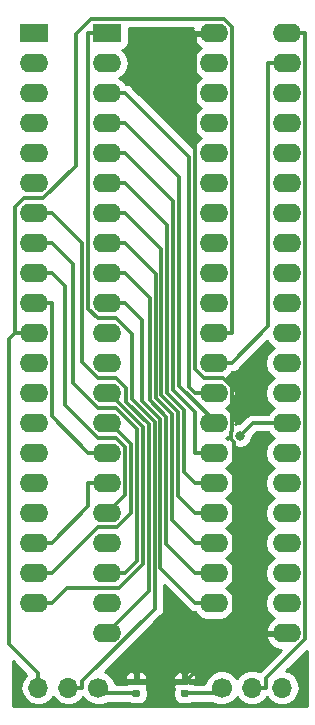
<source format=gbr>
G04 #@! TF.GenerationSoftware,KiCad,Pcbnew,5.0.2-bee76a0~70~ubuntu18.10.1*
G04 #@! TF.CreationDate,2019-03-17T01:28:34+01:00*
G04 #@! TF.ProjectId,27c160 Kickstart,32376331-3630-4204-9b69-636b73746172,rev?*
G04 #@! TF.SameCoordinates,Original*
G04 #@! TF.FileFunction,Copper,L1,Top*
G04 #@! TF.FilePolarity,Positive*
%FSLAX46Y46*%
G04 Gerber Fmt 4.6, Leading zero omitted, Abs format (unit mm)*
G04 Created by KiCad (PCBNEW 5.0.2-bee76a0~70~ubuntu18.10.1) date dom 17 mar 2019 01:28:34 CET*
%MOMM*%
%LPD*%
G01*
G04 APERTURE LIST*
G04 #@! TA.AperFunction,ComponentPad*
%ADD10R,2.400000X1.600000*%
G04 #@! TD*
G04 #@! TA.AperFunction,ComponentPad*
%ADD11O,2.400000X1.600000*%
G04 #@! TD*
G04 #@! TA.AperFunction,ComponentPad*
%ADD12O,1.700000X1.700000*%
G04 #@! TD*
G04 #@! TA.AperFunction,ComponentPad*
%ADD13C,1.700000*%
G04 #@! TD*
G04 #@! TA.AperFunction,Conductor*
%ADD14C,0.100000*%
G04 #@! TD*
G04 #@! TA.AperFunction,SMDPad,CuDef*
%ADD15C,0.590000*%
G04 #@! TD*
G04 #@! TA.AperFunction,ViaPad*
%ADD16C,0.800000*%
G04 #@! TD*
G04 #@! TA.AperFunction,Conductor*
%ADD17C,0.300000*%
G04 #@! TD*
G04 #@! TA.AperFunction,Conductor*
%ADD18C,0.254000*%
G04 #@! TD*
G04 APERTURE END LIST*
D10*
G04 #@! TO.P,U1,1*
G04 #@! TO.N,/BYTE*
X17322800Y-17068800D03*
D11*
G04 #@! TO.P,U1,21*
G04 #@! TO.N,/A0*
X32562800Y-65328800D03*
G04 #@! TO.P,U1,2*
G04 #@! TO.N,/CE*
X17322800Y-19608800D03*
G04 #@! TO.P,U1,22*
G04 #@! TO.N,/A1*
X32562800Y-62788800D03*
G04 #@! TO.P,U1,3*
G04 #@! TO.N,/D15*
X17322800Y-22148800D03*
G04 #@! TO.P,U1,23*
G04 #@! TO.N,/A2*
X32562800Y-60248800D03*
G04 #@! TO.P,U1,4*
G04 #@! TO.N,/D14*
X17322800Y-24688800D03*
G04 #@! TO.P,U1,24*
G04 #@! TO.N,/A3*
X32562800Y-57708800D03*
G04 #@! TO.P,U1,5*
G04 #@! TO.N,/D13*
X17322800Y-27228800D03*
G04 #@! TO.P,U1,25*
G04 #@! TO.N,/A4*
X32562800Y-55168800D03*
G04 #@! TO.P,U1,6*
G04 #@! TO.N,/D12*
X17322800Y-29768800D03*
G04 #@! TO.P,U1,26*
G04 #@! TO.N,/A5*
X32562800Y-52628800D03*
G04 #@! TO.P,U1,7*
G04 #@! TO.N,/D11*
X17322800Y-32308800D03*
G04 #@! TO.P,U1,27*
G04 #@! TO.N,/A6*
X32562800Y-50088800D03*
G04 #@! TO.P,U1,8*
G04 #@! TO.N,/D10*
X17322800Y-34848800D03*
G04 #@! TO.P,U1,28*
G04 #@! TO.N,/A7*
X32562800Y-47548800D03*
G04 #@! TO.P,U1,9*
G04 #@! TO.N,/D9*
X17322800Y-37388800D03*
G04 #@! TO.P,U1,29*
G04 #@! TO.N,/A8*
X32562800Y-45008800D03*
G04 #@! TO.P,U1,10*
G04 #@! TO.N,/D8*
X17322800Y-39928800D03*
G04 #@! TO.P,U1,30*
G04 #@! TO.N,GND*
X32562800Y-42468800D03*
G04 #@! TO.P,U1,11*
X17322800Y-42468800D03*
G04 #@! TO.P,U1,31*
G04 #@! TO.N,/A9*
X32562800Y-39928800D03*
G04 #@! TO.P,U1,12*
G04 #@! TO.N,/D7*
X17322800Y-45008800D03*
G04 #@! TO.P,U1,32*
G04 #@! TO.N,/A10*
X32562800Y-37388800D03*
G04 #@! TO.P,U1,13*
G04 #@! TO.N,/D6*
X17322800Y-47548800D03*
G04 #@! TO.P,U1,33*
G04 #@! TO.N,/A11*
X32562800Y-34848800D03*
G04 #@! TO.P,U1,14*
G04 #@! TO.N,/D5*
X17322800Y-50088800D03*
G04 #@! TO.P,U1,34*
G04 #@! TO.N,/A12*
X32562800Y-32308800D03*
G04 #@! TO.P,U1,15*
G04 #@! TO.N,/D4*
X17322800Y-52628800D03*
G04 #@! TO.P,U1,35*
G04 #@! TO.N,/A13*
X32562800Y-29768800D03*
G04 #@! TO.P,U1,16*
G04 #@! TO.N,/D3*
X17322800Y-55168800D03*
G04 #@! TO.P,U1,36*
G04 #@! TO.N,/A14*
X32562800Y-27228800D03*
G04 #@! TO.P,U1,17*
G04 #@! TO.N,/D2*
X17322800Y-57708800D03*
G04 #@! TO.P,U1,37*
G04 #@! TO.N,/A15*
X32562800Y-24688800D03*
G04 #@! TO.P,U1,18*
G04 #@! TO.N,/D1*
X17322800Y-60248800D03*
G04 #@! TO.P,U1,38*
G04 #@! TO.N,/A16*
X32562800Y-22148800D03*
G04 #@! TO.P,U1,19*
G04 #@! TO.N,/D0*
X17322800Y-62788800D03*
G04 #@! TO.P,U1,39*
G04 #@! TO.N,/A17*
X32562800Y-19608800D03*
G04 #@! TO.P,U1,20*
G04 #@! TO.N,/OE*
X17322800Y-65328800D03*
G04 #@! TO.P,U1,40*
G04 #@! TO.N,VCC*
X32562800Y-17068800D03*
G04 #@! TD*
D10*
G04 #@! TO.P,U2,1*
G04 #@! TO.N,A18*
X23520400Y-17068800D03*
D11*
G04 #@! TO.P,U2,22*
G04 #@! TO.N,VCC*
X38760400Y-67868800D03*
G04 #@! TO.P,U2,2*
G04 #@! TO.N,/A17*
X23520400Y-19608800D03*
G04 #@! TO.P,U2,23*
G04 #@! TO.N,/D4*
X38760400Y-65328800D03*
G04 #@! TO.P,U2,3*
G04 #@! TO.N,/A7*
X23520400Y-22148800D03*
G04 #@! TO.P,U2,24*
G04 #@! TO.N,/D12*
X38760400Y-62788800D03*
G04 #@! TO.P,U2,4*
G04 #@! TO.N,/A6*
X23520400Y-24688800D03*
G04 #@! TO.P,U2,25*
G04 #@! TO.N,/D5*
X38760400Y-60248800D03*
G04 #@! TO.P,U2,5*
G04 #@! TO.N,/A5*
X23520400Y-27228800D03*
G04 #@! TO.P,U2,26*
G04 #@! TO.N,/D13*
X38760400Y-57708800D03*
G04 #@! TO.P,U2,6*
G04 #@! TO.N,/A4*
X23520400Y-29768800D03*
G04 #@! TO.P,U2,27*
G04 #@! TO.N,/D6*
X38760400Y-55168800D03*
G04 #@! TO.P,U2,7*
G04 #@! TO.N,/A3*
X23520400Y-32308800D03*
G04 #@! TO.P,U2,28*
G04 #@! TO.N,/D14*
X38760400Y-52628800D03*
G04 #@! TO.P,U2,8*
G04 #@! TO.N,/A2*
X23520400Y-34848800D03*
G04 #@! TO.P,U2,29*
G04 #@! TO.N,/D7*
X38760400Y-50088800D03*
G04 #@! TO.P,U2,9*
G04 #@! TO.N,/A1*
X23520400Y-37388800D03*
G04 #@! TO.P,U2,30*
G04 #@! TO.N,/D15*
X38760400Y-47548800D03*
G04 #@! TO.P,U2,10*
G04 #@! TO.N,/A0*
X23520400Y-39928800D03*
G04 #@! TO.P,U2,31*
G04 #@! TO.N,GND*
X38760400Y-45008800D03*
G04 #@! TO.P,U2,11*
G04 #@! TO.N,/CE*
X23520400Y-42468800D03*
G04 #@! TO.P,U2,32*
G04 #@! TO.N,/BYTE*
X38760400Y-42468800D03*
G04 #@! TO.P,U2,12*
G04 #@! TO.N,GND*
X23520400Y-45008800D03*
G04 #@! TO.P,U2,33*
G04 #@! TO.N,/A16*
X38760400Y-39928800D03*
G04 #@! TO.P,U2,13*
G04 #@! TO.N,/OE*
X23520400Y-47548800D03*
G04 #@! TO.P,U2,34*
G04 #@! TO.N,/A15*
X38760400Y-37388800D03*
G04 #@! TO.P,U2,14*
G04 #@! TO.N,/D0*
X23520400Y-50088800D03*
G04 #@! TO.P,U2,35*
G04 #@! TO.N,/A14*
X38760400Y-34848800D03*
G04 #@! TO.P,U2,15*
G04 #@! TO.N,/D8*
X23520400Y-52628800D03*
G04 #@! TO.P,U2,36*
G04 #@! TO.N,/A13*
X38760400Y-32308800D03*
G04 #@! TO.P,U2,16*
G04 #@! TO.N,/D1*
X23520400Y-55168800D03*
G04 #@! TO.P,U2,37*
G04 #@! TO.N,/A12*
X38760400Y-29768800D03*
G04 #@! TO.P,U2,17*
G04 #@! TO.N,/D9*
X23520400Y-57708800D03*
G04 #@! TO.P,U2,38*
G04 #@! TO.N,/A11*
X38760400Y-27228800D03*
G04 #@! TO.P,U2,18*
G04 #@! TO.N,/D2*
X23520400Y-60248800D03*
G04 #@! TO.P,U2,39*
G04 #@! TO.N,/A10*
X38760400Y-24688800D03*
G04 #@! TO.P,U2,19*
G04 #@! TO.N,/D10*
X23520400Y-62788800D03*
G04 #@! TO.P,U2,40*
G04 #@! TO.N,/A9*
X38760400Y-22148800D03*
G04 #@! TO.P,U2,20*
G04 #@! TO.N,/D3*
X23520400Y-65328800D03*
G04 #@! TO.P,U2,41*
G04 #@! TO.N,/A8*
X38760400Y-19608800D03*
G04 #@! TO.P,U2,21*
G04 #@! TO.N,/D11*
X23520400Y-67868800D03*
G04 #@! TO.P,U2,42*
G04 #@! TO.N,A19*
X38760400Y-17068800D03*
G04 #@! TD*
D12*
G04 #@! TO.P,SW2,3*
G04 #@! TO.N,GND*
X38354000Y-72491600D03*
G04 #@! TO.P,SW2,2*
G04 #@! TO.N,A19*
X35814000Y-72491600D03*
D13*
G04 #@! TO.P,SW2,1*
G04 #@! TO.N,Net-(R2-Pad2)*
X33274000Y-72491600D03*
G04 #@! TD*
G04 #@! TO.P,SW1,1*
G04 #@! TO.N,Net-(R1-Pad2)*
X22809200Y-72491600D03*
D12*
G04 #@! TO.P,SW1,2*
G04 #@! TO.N,A18*
X20269200Y-72491600D03*
G04 #@! TO.P,SW1,3*
G04 #@! TO.N,GND*
X17729200Y-72491600D03*
G04 #@! TD*
D14*
G04 #@! TO.N,Net-(R2-Pad2)*
G04 #@! TO.C,R2*
G36*
X30311358Y-72682310D02*
X30325676Y-72684434D01*
X30339717Y-72687951D01*
X30353346Y-72692828D01*
X30366431Y-72699017D01*
X30378847Y-72706458D01*
X30390473Y-72715081D01*
X30401198Y-72724802D01*
X30410919Y-72735527D01*
X30419542Y-72747153D01*
X30426983Y-72759569D01*
X30433172Y-72772654D01*
X30438049Y-72786283D01*
X30441566Y-72800324D01*
X30443690Y-72814642D01*
X30444400Y-72829100D01*
X30444400Y-73124100D01*
X30443690Y-73138558D01*
X30441566Y-73152876D01*
X30438049Y-73166917D01*
X30433172Y-73180546D01*
X30426983Y-73193631D01*
X30419542Y-73206047D01*
X30410919Y-73217673D01*
X30401198Y-73228398D01*
X30390473Y-73238119D01*
X30378847Y-73246742D01*
X30366431Y-73254183D01*
X30353346Y-73260372D01*
X30339717Y-73265249D01*
X30325676Y-73268766D01*
X30311358Y-73270890D01*
X30296900Y-73271600D01*
X29951900Y-73271600D01*
X29937442Y-73270890D01*
X29923124Y-73268766D01*
X29909083Y-73265249D01*
X29895454Y-73260372D01*
X29882369Y-73254183D01*
X29869953Y-73246742D01*
X29858327Y-73238119D01*
X29847602Y-73228398D01*
X29837881Y-73217673D01*
X29829258Y-73206047D01*
X29821817Y-73193631D01*
X29815628Y-73180546D01*
X29810751Y-73166917D01*
X29807234Y-73152876D01*
X29805110Y-73138558D01*
X29804400Y-73124100D01*
X29804400Y-72829100D01*
X29805110Y-72814642D01*
X29807234Y-72800324D01*
X29810751Y-72786283D01*
X29815628Y-72772654D01*
X29821817Y-72759569D01*
X29829258Y-72747153D01*
X29837881Y-72735527D01*
X29847602Y-72724802D01*
X29858327Y-72715081D01*
X29869953Y-72706458D01*
X29882369Y-72699017D01*
X29895454Y-72692828D01*
X29909083Y-72687951D01*
X29923124Y-72684434D01*
X29937442Y-72682310D01*
X29951900Y-72681600D01*
X30296900Y-72681600D01*
X30311358Y-72682310D01*
X30311358Y-72682310D01*
G37*
D15*
G04 #@! TD*
G04 #@! TO.P,R2,2*
G04 #@! TO.N,Net-(R2-Pad2)*
X30124400Y-72976600D03*
D14*
G04 #@! TO.N,VCC*
G04 #@! TO.C,R2*
G36*
X30311358Y-71712310D02*
X30325676Y-71714434D01*
X30339717Y-71717951D01*
X30353346Y-71722828D01*
X30366431Y-71729017D01*
X30378847Y-71736458D01*
X30390473Y-71745081D01*
X30401198Y-71754802D01*
X30410919Y-71765527D01*
X30419542Y-71777153D01*
X30426983Y-71789569D01*
X30433172Y-71802654D01*
X30438049Y-71816283D01*
X30441566Y-71830324D01*
X30443690Y-71844642D01*
X30444400Y-71859100D01*
X30444400Y-72154100D01*
X30443690Y-72168558D01*
X30441566Y-72182876D01*
X30438049Y-72196917D01*
X30433172Y-72210546D01*
X30426983Y-72223631D01*
X30419542Y-72236047D01*
X30410919Y-72247673D01*
X30401198Y-72258398D01*
X30390473Y-72268119D01*
X30378847Y-72276742D01*
X30366431Y-72284183D01*
X30353346Y-72290372D01*
X30339717Y-72295249D01*
X30325676Y-72298766D01*
X30311358Y-72300890D01*
X30296900Y-72301600D01*
X29951900Y-72301600D01*
X29937442Y-72300890D01*
X29923124Y-72298766D01*
X29909083Y-72295249D01*
X29895454Y-72290372D01*
X29882369Y-72284183D01*
X29869953Y-72276742D01*
X29858327Y-72268119D01*
X29847602Y-72258398D01*
X29837881Y-72247673D01*
X29829258Y-72236047D01*
X29821817Y-72223631D01*
X29815628Y-72210546D01*
X29810751Y-72196917D01*
X29807234Y-72182876D01*
X29805110Y-72168558D01*
X29804400Y-72154100D01*
X29804400Y-71859100D01*
X29805110Y-71844642D01*
X29807234Y-71830324D01*
X29810751Y-71816283D01*
X29815628Y-71802654D01*
X29821817Y-71789569D01*
X29829258Y-71777153D01*
X29837881Y-71765527D01*
X29847602Y-71754802D01*
X29858327Y-71745081D01*
X29869953Y-71736458D01*
X29882369Y-71729017D01*
X29895454Y-71722828D01*
X29909083Y-71717951D01*
X29923124Y-71714434D01*
X29937442Y-71712310D01*
X29951900Y-71711600D01*
X30296900Y-71711600D01*
X30311358Y-71712310D01*
X30311358Y-71712310D01*
G37*
D15*
G04 #@! TD*
G04 #@! TO.P,R2,1*
G04 #@! TO.N,VCC*
X30124400Y-72006600D03*
D14*
G04 #@! TO.N,VCC*
G04 #@! TO.C,R1*
G36*
X26196558Y-71712310D02*
X26210876Y-71714434D01*
X26224917Y-71717951D01*
X26238546Y-71722828D01*
X26251631Y-71729017D01*
X26264047Y-71736458D01*
X26275673Y-71745081D01*
X26286398Y-71754802D01*
X26296119Y-71765527D01*
X26304742Y-71777153D01*
X26312183Y-71789569D01*
X26318372Y-71802654D01*
X26323249Y-71816283D01*
X26326766Y-71830324D01*
X26328890Y-71844642D01*
X26329600Y-71859100D01*
X26329600Y-72154100D01*
X26328890Y-72168558D01*
X26326766Y-72182876D01*
X26323249Y-72196917D01*
X26318372Y-72210546D01*
X26312183Y-72223631D01*
X26304742Y-72236047D01*
X26296119Y-72247673D01*
X26286398Y-72258398D01*
X26275673Y-72268119D01*
X26264047Y-72276742D01*
X26251631Y-72284183D01*
X26238546Y-72290372D01*
X26224917Y-72295249D01*
X26210876Y-72298766D01*
X26196558Y-72300890D01*
X26182100Y-72301600D01*
X25837100Y-72301600D01*
X25822642Y-72300890D01*
X25808324Y-72298766D01*
X25794283Y-72295249D01*
X25780654Y-72290372D01*
X25767569Y-72284183D01*
X25755153Y-72276742D01*
X25743527Y-72268119D01*
X25732802Y-72258398D01*
X25723081Y-72247673D01*
X25714458Y-72236047D01*
X25707017Y-72223631D01*
X25700828Y-72210546D01*
X25695951Y-72196917D01*
X25692434Y-72182876D01*
X25690310Y-72168558D01*
X25689600Y-72154100D01*
X25689600Y-71859100D01*
X25690310Y-71844642D01*
X25692434Y-71830324D01*
X25695951Y-71816283D01*
X25700828Y-71802654D01*
X25707017Y-71789569D01*
X25714458Y-71777153D01*
X25723081Y-71765527D01*
X25732802Y-71754802D01*
X25743527Y-71745081D01*
X25755153Y-71736458D01*
X25767569Y-71729017D01*
X25780654Y-71722828D01*
X25794283Y-71717951D01*
X25808324Y-71714434D01*
X25822642Y-71712310D01*
X25837100Y-71711600D01*
X26182100Y-71711600D01*
X26196558Y-71712310D01*
X26196558Y-71712310D01*
G37*
D15*
G04 #@! TD*
G04 #@! TO.P,R1,1*
G04 #@! TO.N,VCC*
X26009600Y-72006600D03*
D14*
G04 #@! TO.N,Net-(R1-Pad2)*
G04 #@! TO.C,R1*
G36*
X26196558Y-72682310D02*
X26210876Y-72684434D01*
X26224917Y-72687951D01*
X26238546Y-72692828D01*
X26251631Y-72699017D01*
X26264047Y-72706458D01*
X26275673Y-72715081D01*
X26286398Y-72724802D01*
X26296119Y-72735527D01*
X26304742Y-72747153D01*
X26312183Y-72759569D01*
X26318372Y-72772654D01*
X26323249Y-72786283D01*
X26326766Y-72800324D01*
X26328890Y-72814642D01*
X26329600Y-72829100D01*
X26329600Y-73124100D01*
X26328890Y-73138558D01*
X26326766Y-73152876D01*
X26323249Y-73166917D01*
X26318372Y-73180546D01*
X26312183Y-73193631D01*
X26304742Y-73206047D01*
X26296119Y-73217673D01*
X26286398Y-73228398D01*
X26275673Y-73238119D01*
X26264047Y-73246742D01*
X26251631Y-73254183D01*
X26238546Y-73260372D01*
X26224917Y-73265249D01*
X26210876Y-73268766D01*
X26196558Y-73270890D01*
X26182100Y-73271600D01*
X25837100Y-73271600D01*
X25822642Y-73270890D01*
X25808324Y-73268766D01*
X25794283Y-73265249D01*
X25780654Y-73260372D01*
X25767569Y-73254183D01*
X25755153Y-73246742D01*
X25743527Y-73238119D01*
X25732802Y-73228398D01*
X25723081Y-73217673D01*
X25714458Y-73206047D01*
X25707017Y-73193631D01*
X25700828Y-73180546D01*
X25695951Y-73166917D01*
X25692434Y-73152876D01*
X25690310Y-73138558D01*
X25689600Y-73124100D01*
X25689600Y-72829100D01*
X25690310Y-72814642D01*
X25692434Y-72800324D01*
X25695951Y-72786283D01*
X25700828Y-72772654D01*
X25707017Y-72759569D01*
X25714458Y-72747153D01*
X25723081Y-72735527D01*
X25732802Y-72724802D01*
X25743527Y-72715081D01*
X25755153Y-72706458D01*
X25767569Y-72699017D01*
X25780654Y-72692828D01*
X25794283Y-72687951D01*
X25808324Y-72684434D01*
X25822642Y-72682310D01*
X25837100Y-72681600D01*
X26182100Y-72681600D01*
X26196558Y-72682310D01*
X26196558Y-72682310D01*
G37*
D15*
G04 #@! TD*
G04 #@! TO.P,R1,2*
G04 #@! TO.N,Net-(R1-Pad2)*
X26009600Y-72976600D03*
D16*
G04 #@! TO.N,/D7*
X34808900Y-51158000D03*
G04 #@! TD*
D17*
G04 #@! TO.N,VCC*
X31012500Y-17068800D02*
X31012500Y-45542500D01*
X31012500Y-45542500D02*
X31748800Y-46278800D01*
X31748800Y-46278800D02*
X33369100Y-46278800D01*
X33369100Y-46278800D02*
X34160400Y-47070100D01*
X34160400Y-47070100D02*
X34160400Y-50745500D01*
X34160400Y-50745500D02*
X34058600Y-50847300D01*
X34058600Y-50847300D02*
X34058600Y-51468700D01*
X34058600Y-51468700D02*
X34262200Y-51672300D01*
X34262200Y-51672300D02*
X34262200Y-67868800D01*
X34262200Y-67868800D02*
X38760400Y-67868800D01*
X30124400Y-72006600D02*
X34262200Y-67868800D01*
X32562800Y-17068800D02*
X31012500Y-17068800D01*
X26009600Y-72006600D02*
X30124400Y-72006600D01*
G04 #@! TO.N,Net-(R1-Pad2)*
X26009600Y-72976600D02*
X23294200Y-72976600D01*
X23294200Y-72976600D02*
X22809200Y-72491600D01*
G04 #@! TO.N,Net-(R2-Pad2)*
X30124400Y-72976600D02*
X32789000Y-72976600D01*
X32789000Y-72976600D02*
X33274000Y-72491600D01*
G04 #@! TO.N,/A7*
X31012500Y-47548800D02*
X30481700Y-47018000D01*
X30481700Y-47018000D02*
X30481700Y-27559800D01*
X30481700Y-27559800D02*
X25070700Y-22148800D01*
X32562800Y-47548800D02*
X31012500Y-47548800D01*
X23520400Y-22148800D02*
X25070700Y-22148800D01*
G04 #@! TO.N,/A6*
X32562800Y-50088800D02*
X32562800Y-49831300D01*
X32562800Y-49831300D02*
X29659600Y-46928100D01*
X29659600Y-46928100D02*
X29659600Y-29277700D01*
X29659600Y-29277700D02*
X25070700Y-24688800D01*
X23520400Y-24688800D02*
X25070700Y-24688800D01*
G04 #@! TO.N,/A5*
X31012500Y-52628800D02*
X31012500Y-49183600D01*
X31012500Y-49183600D02*
X29159300Y-47330400D01*
X29159300Y-47330400D02*
X29159300Y-31317400D01*
X29159300Y-31317400D02*
X25070700Y-27228800D01*
X32562800Y-52628800D02*
X31012500Y-52628800D01*
X23520400Y-27228800D02*
X25070700Y-27228800D01*
G04 #@! TO.N,/A4*
X31012500Y-55168800D02*
X30073700Y-54230000D01*
X30073700Y-54230000D02*
X30073700Y-48952300D01*
X30073700Y-48952300D02*
X28659000Y-47537600D01*
X28659000Y-47537600D02*
X28659000Y-33357100D01*
X28659000Y-33357100D02*
X25070700Y-29768800D01*
X32562800Y-55168800D02*
X31012500Y-55168800D01*
X23520400Y-29768800D02*
X25070700Y-29768800D01*
G04 #@! TO.N,/A3*
X31012500Y-57708800D02*
X29573400Y-56269700D01*
X29573400Y-56269700D02*
X29573400Y-49159500D01*
X29573400Y-49159500D02*
X28158700Y-47744800D01*
X28158700Y-47744800D02*
X28158700Y-35396800D01*
X28158700Y-35396800D02*
X25070700Y-32308800D01*
X32562800Y-57708800D02*
X31012500Y-57708800D01*
X23520400Y-32308800D02*
X25070700Y-32308800D01*
G04 #@! TO.N,/A2*
X31012500Y-60248800D02*
X29073100Y-58309400D01*
X29073100Y-58309400D02*
X29073100Y-49366700D01*
X29073100Y-49366700D02*
X27658400Y-47952000D01*
X27658400Y-47952000D02*
X27658400Y-37436500D01*
X27658400Y-37436500D02*
X25070700Y-34848800D01*
X32562800Y-60248800D02*
X31012500Y-60248800D01*
X23520400Y-34848800D02*
X25070700Y-34848800D01*
G04 #@! TO.N,/A1*
X31012500Y-62788800D02*
X28572800Y-60349100D01*
X28572800Y-60349100D02*
X28572800Y-49573900D01*
X28572800Y-49573900D02*
X27158100Y-48159200D01*
X27158100Y-48159200D02*
X27158100Y-39476200D01*
X27158100Y-39476200D02*
X25070700Y-37388800D01*
X32562800Y-62788800D02*
X31012500Y-62788800D01*
X23520400Y-37388800D02*
X25070700Y-37388800D01*
G04 #@! TO.N,/D7*
X38760400Y-50088800D02*
X35878100Y-50088800D01*
X35878100Y-50088800D02*
X34808900Y-51158000D01*
G04 #@! TO.N,/A0*
X31012500Y-65328800D02*
X28072500Y-62388800D01*
X28072500Y-62388800D02*
X28072500Y-49781100D01*
X28072500Y-49781100D02*
X26509800Y-48218400D01*
X26509800Y-48218400D02*
X26509800Y-41367900D01*
X26509800Y-41367900D02*
X25070700Y-39928800D01*
X32562800Y-65328800D02*
X31012500Y-65328800D01*
X23520400Y-39928800D02*
X25070700Y-39928800D01*
G04 #@! TO.N,GND*
X15772500Y-42468800D02*
X15272200Y-42969100D01*
X15272200Y-42969100D02*
X15272200Y-68834300D01*
X15272200Y-68834300D02*
X17729200Y-71291300D01*
X17729200Y-72491600D02*
X17729200Y-71291300D01*
X17322800Y-42468800D02*
X15772500Y-42468800D01*
X15772500Y-42468800D02*
X15772500Y-31779700D01*
X15772500Y-31779700D02*
X16513400Y-31038800D01*
X16513400Y-31038800D02*
X18144000Y-31038800D01*
X18144000Y-31038800D02*
X20894700Y-28288100D01*
X20894700Y-28288100D02*
X20894700Y-17161000D01*
X20894700Y-17161000D02*
X22195600Y-15860100D01*
X22195600Y-15860100D02*
X33438600Y-15860100D01*
X33438600Y-15860100D02*
X34113100Y-16534600D01*
X34113100Y-16534600D02*
X34113100Y-42468800D01*
X32562800Y-42468800D02*
X34113100Y-42468800D01*
G04 #@! TO.N,/OE*
X18873100Y-65328800D02*
X20143100Y-64058800D01*
X20143100Y-64058800D02*
X24556100Y-64058800D01*
X24556100Y-64058800D02*
X26571600Y-62043300D01*
X26571600Y-62043300D02*
X26571600Y-50405100D01*
X26571600Y-50405100D02*
X23715300Y-47548800D01*
X23715300Y-47548800D02*
X23520400Y-47548800D01*
X17322800Y-65328800D02*
X18873100Y-65328800D01*
G04 #@! TO.N,/D0*
X18873100Y-62788800D02*
X22744500Y-58917400D01*
X22744500Y-58917400D02*
X24352700Y-58917400D01*
X24352700Y-58917400D02*
X25571000Y-57699100D01*
X25571000Y-57699100D02*
X25571000Y-51874100D01*
X25571000Y-51874100D02*
X23785700Y-50088800D01*
X23785700Y-50088800D02*
X23520400Y-50088800D01*
X17322800Y-62788800D02*
X18873100Y-62788800D01*
G04 #@! TO.N,/D8*
X18873100Y-39928800D02*
X18873100Y-49531800D01*
X18873100Y-49531800D02*
X21970100Y-52628800D01*
X23520400Y-52628800D02*
X21970100Y-52628800D01*
X17322800Y-39928800D02*
X18873100Y-39928800D01*
G04 #@! TO.N,/D1*
X17322800Y-60248800D02*
X18873100Y-60248800D01*
X23520400Y-55168800D02*
X21970100Y-55168800D01*
X21970100Y-55168800D02*
X21970100Y-57151800D01*
X21970100Y-57151800D02*
X18873100Y-60248800D01*
G04 #@! TO.N,/D9*
X17322800Y-37388800D02*
X18873100Y-37388800D01*
X23520400Y-57708800D02*
X25070700Y-56158500D01*
X25070700Y-56158500D02*
X25070700Y-52112300D01*
X25070700Y-52112300D02*
X24317200Y-51358800D01*
X24317200Y-51358800D02*
X22744000Y-51358800D01*
X22744000Y-51358800D02*
X19946800Y-48561600D01*
X19946800Y-48561600D02*
X19946800Y-38462500D01*
X19946800Y-38462500D02*
X18873100Y-37388800D01*
G04 #@! TO.N,/D10*
X25070700Y-62788800D02*
X26071300Y-61788200D01*
X26071300Y-61788200D02*
X26071300Y-50612500D01*
X26071300Y-50612500D02*
X24277600Y-48818800D01*
X24277600Y-48818800D02*
X22748400Y-48818800D01*
X22748400Y-48818800D02*
X20666500Y-46736900D01*
X20666500Y-46736900D02*
X20666500Y-36642200D01*
X20666500Y-36642200D02*
X18873100Y-34848800D01*
X23520400Y-62788800D02*
X25070700Y-62788800D01*
X17322800Y-34848800D02*
X18873100Y-34848800D01*
G04 #@! TO.N,/D11*
X23520400Y-67868800D02*
X27071900Y-64317300D01*
X27071900Y-64317300D02*
X27071900Y-50197900D01*
X27071900Y-50197900D02*
X25156900Y-48282900D01*
X25156900Y-48282900D02*
X25156900Y-47110900D01*
X25156900Y-47110900D02*
X24324800Y-46278800D01*
X24324800Y-46278800D02*
X22746400Y-46278800D01*
X22746400Y-46278800D02*
X21416900Y-44949300D01*
X21416900Y-44949300D02*
X21416900Y-34852600D01*
X21416900Y-34852600D02*
X18873100Y-32308800D01*
X17322800Y-32308800D02*
X18873100Y-32308800D01*
G04 #@! TO.N,/A8*
X32562800Y-45008800D02*
X34113100Y-45008800D01*
X38760400Y-19608800D02*
X37210100Y-19608800D01*
X37210100Y-19608800D02*
X37210100Y-41911800D01*
X37210100Y-41911800D02*
X34113100Y-45008800D01*
G04 #@! TO.N,A18*
X21469500Y-72491600D02*
X21469500Y-71951600D01*
X21469500Y-71951600D02*
X27572200Y-65848900D01*
X27572200Y-65848900D02*
X27572200Y-49990700D01*
X27572200Y-49990700D02*
X25657200Y-48075700D01*
X25657200Y-48075700D02*
X25657200Y-42567900D01*
X25657200Y-42567900D02*
X24288100Y-41198800D01*
X24288100Y-41198800D02*
X22742100Y-41198800D01*
X22742100Y-41198800D02*
X21970100Y-40426800D01*
X21970100Y-40426800D02*
X21970100Y-17068800D01*
X23520400Y-17068800D02*
X21970100Y-17068800D01*
X20269200Y-72491600D02*
X21469500Y-72491600D01*
G04 #@! TO.N,A19*
X38760400Y-17068800D02*
X40310700Y-17068800D01*
X35814000Y-72491600D02*
X37014300Y-72491600D01*
X37014300Y-72491600D02*
X37014300Y-71672500D01*
X37014300Y-71672500D02*
X40310700Y-68376100D01*
X40310700Y-68376100D02*
X40310700Y-17068800D01*
G04 #@! TD*
D18*
G04 #@! TO.N,VCC*
G36*
X37325823Y-51123377D02*
X37678158Y-51358800D01*
X37325823Y-51594223D01*
X37008660Y-52068891D01*
X36897287Y-52628800D01*
X37008660Y-53188709D01*
X37325823Y-53663377D01*
X37678158Y-53898800D01*
X37325823Y-54134223D01*
X37008660Y-54608891D01*
X36897287Y-55168800D01*
X37008660Y-55728709D01*
X37325823Y-56203377D01*
X37678158Y-56438800D01*
X37325823Y-56674223D01*
X37008660Y-57148891D01*
X36897287Y-57708800D01*
X37008660Y-58268709D01*
X37325823Y-58743377D01*
X37678158Y-58978800D01*
X37325823Y-59214223D01*
X37008660Y-59688891D01*
X36897287Y-60248800D01*
X37008660Y-60808709D01*
X37325823Y-61283377D01*
X37678158Y-61518800D01*
X37325823Y-61754223D01*
X37008660Y-62228891D01*
X36897287Y-62788800D01*
X37008660Y-63348709D01*
X37325823Y-63823377D01*
X37678158Y-64058800D01*
X37325823Y-64294223D01*
X37008660Y-64768891D01*
X36897287Y-65328800D01*
X37008660Y-65888709D01*
X37325823Y-66363377D01*
X37681899Y-66601299D01*
X37255900Y-66943904D01*
X36986033Y-67436981D01*
X36968496Y-67519761D01*
X37090485Y-67741800D01*
X38633400Y-67741800D01*
X38633400Y-67721800D01*
X38887400Y-67721800D01*
X38887400Y-67741800D01*
X38907400Y-67741800D01*
X38907400Y-67995800D01*
X38887400Y-67995800D01*
X38887400Y-68015800D01*
X38633400Y-68015800D01*
X38633400Y-67995800D01*
X37090485Y-67995800D01*
X36968496Y-68217839D01*
X36986033Y-68300619D01*
X37255900Y-68793696D01*
X37693917Y-69145966D01*
X38233400Y-69303800D01*
X38272843Y-69303800D01*
X36513890Y-71062753D01*
X36448348Y-71106547D01*
X36437762Y-71122390D01*
X36393418Y-71092761D01*
X35960256Y-71006600D01*
X35667744Y-71006600D01*
X35234582Y-71092761D01*
X34743375Y-71420975D01*
X34554791Y-71703211D01*
X34532922Y-71650415D01*
X34115185Y-71232678D01*
X33569385Y-71006600D01*
X32978615Y-71006600D01*
X32432815Y-71232678D01*
X32015078Y-71650415D01*
X31790912Y-72191600D01*
X30978650Y-72191600D01*
X30920650Y-72133600D01*
X30659371Y-72133600D01*
X30601110Y-72094671D01*
X30296900Y-72034160D01*
X29951900Y-72034160D01*
X29647690Y-72094671D01*
X29589429Y-72133600D01*
X29328150Y-72133600D01*
X29169400Y-72292350D01*
X29169400Y-72427909D01*
X29214908Y-72537775D01*
X29156960Y-72829100D01*
X29156960Y-73124100D01*
X29217471Y-73428310D01*
X29389793Y-73686207D01*
X29647690Y-73858529D01*
X29951900Y-73919040D01*
X30296900Y-73919040D01*
X30601110Y-73858529D01*
X30746174Y-73761600D01*
X32459560Y-73761600D01*
X32978615Y-73976600D01*
X33569385Y-73976600D01*
X34115185Y-73750522D01*
X34532922Y-73332785D01*
X34554791Y-73279989D01*
X34743375Y-73562225D01*
X35234582Y-73890439D01*
X35667744Y-73976600D01*
X35960256Y-73976600D01*
X36393418Y-73890439D01*
X36884625Y-73562225D01*
X37072999Y-73280303D01*
X37091616Y-73276600D01*
X37092420Y-73276440D01*
X37283375Y-73562225D01*
X37774582Y-73890439D01*
X38207744Y-73976600D01*
X38500256Y-73976600D01*
X38933418Y-73890439D01*
X39424625Y-73562225D01*
X39752839Y-73071018D01*
X39868092Y-72491600D01*
X39752839Y-71912182D01*
X39424625Y-71420975D01*
X38933418Y-71092761D01*
X38742226Y-71054731D01*
X40442608Y-69354349D01*
X40438603Y-74067600D01*
X15594400Y-74067600D01*
X15594400Y-70266657D01*
X16712612Y-71384869D01*
X16658575Y-71420975D01*
X16330361Y-71912182D01*
X16215108Y-72491600D01*
X16330361Y-73071018D01*
X16658575Y-73562225D01*
X17149782Y-73890439D01*
X17582944Y-73976600D01*
X17875456Y-73976600D01*
X18308618Y-73890439D01*
X18799825Y-73562225D01*
X18999200Y-73263839D01*
X19198575Y-73562225D01*
X19689782Y-73890439D01*
X20122944Y-73976600D01*
X20415456Y-73976600D01*
X20848618Y-73890439D01*
X21339825Y-73562225D01*
X21528199Y-73280303D01*
X21528513Y-73280241D01*
X21550278Y-73332785D01*
X21968015Y-73750522D01*
X22513815Y-73976600D01*
X23104585Y-73976600D01*
X23623640Y-73761600D01*
X25387826Y-73761600D01*
X25532890Y-73858529D01*
X25837100Y-73919040D01*
X26182100Y-73919040D01*
X26486310Y-73858529D01*
X26744207Y-73686207D01*
X26916529Y-73428310D01*
X26977040Y-73124100D01*
X26977040Y-72829100D01*
X26919092Y-72537775D01*
X26964600Y-72427909D01*
X26964600Y-72292350D01*
X26805850Y-72133600D01*
X26544571Y-72133600D01*
X26486310Y-72094671D01*
X26182100Y-72034160D01*
X25837100Y-72034160D01*
X25532890Y-72094671D01*
X25474629Y-72133600D01*
X25213350Y-72133600D01*
X25155350Y-72191600D01*
X24292288Y-72191600D01*
X24068122Y-71650415D01*
X24002998Y-71585291D01*
X25054600Y-71585291D01*
X25054600Y-71720850D01*
X25213350Y-71879600D01*
X25882600Y-71879600D01*
X25882600Y-71235350D01*
X26136600Y-71235350D01*
X26136600Y-71879600D01*
X26805850Y-71879600D01*
X26964600Y-71720850D01*
X26964600Y-71585291D01*
X29169400Y-71585291D01*
X29169400Y-71720850D01*
X29328150Y-71879600D01*
X29997400Y-71879600D01*
X29997400Y-71235350D01*
X30251400Y-71235350D01*
X30251400Y-71879600D01*
X30920650Y-71879600D01*
X31079400Y-71720850D01*
X31079400Y-71585291D01*
X30982727Y-71351902D01*
X30804099Y-71173273D01*
X30570710Y-71076600D01*
X30410150Y-71076600D01*
X30251400Y-71235350D01*
X29997400Y-71235350D01*
X29838650Y-71076600D01*
X29678090Y-71076600D01*
X29444701Y-71173273D01*
X29266073Y-71351902D01*
X29169400Y-71585291D01*
X26964600Y-71585291D01*
X26867927Y-71351902D01*
X26689299Y-71173273D01*
X26455910Y-71076600D01*
X26295350Y-71076600D01*
X26136600Y-71235350D01*
X25882600Y-71235350D01*
X25723850Y-71076600D01*
X25563290Y-71076600D01*
X25329901Y-71173273D01*
X25151273Y-71351902D01*
X25054600Y-71585291D01*
X24002998Y-71585291D01*
X23650385Y-71232678D01*
X23401621Y-71129636D01*
X28072611Y-66458647D01*
X28138153Y-66414853D01*
X28181947Y-66349311D01*
X28181949Y-66349309D01*
X28311654Y-66155192D01*
X28328947Y-66068254D01*
X28357200Y-65926216D01*
X28357200Y-65926213D01*
X28372578Y-65848901D01*
X28357200Y-65771589D01*
X28357200Y-63783657D01*
X30402753Y-65829211D01*
X30446547Y-65894753D01*
X30512089Y-65938547D01*
X30512091Y-65938549D01*
X30706208Y-66068254D01*
X30935184Y-66113800D01*
X30935188Y-66113800D01*
X30965488Y-66119827D01*
X31128223Y-66363377D01*
X31602891Y-66680540D01*
X32021467Y-66763800D01*
X33104133Y-66763800D01*
X33522709Y-66680540D01*
X33997377Y-66363377D01*
X34314540Y-65888709D01*
X34425913Y-65328800D01*
X34314540Y-64768891D01*
X33997377Y-64294223D01*
X33645042Y-64058800D01*
X33997377Y-63823377D01*
X34314540Y-63348709D01*
X34425913Y-62788800D01*
X34314540Y-62228891D01*
X33997377Y-61754223D01*
X33645042Y-61518800D01*
X33997377Y-61283377D01*
X34314540Y-60808709D01*
X34425913Y-60248800D01*
X34314540Y-59688891D01*
X33997377Y-59214223D01*
X33645042Y-58978800D01*
X33997377Y-58743377D01*
X34314540Y-58268709D01*
X34425913Y-57708800D01*
X34314540Y-57148891D01*
X33997377Y-56674223D01*
X33645042Y-56438800D01*
X33997377Y-56203377D01*
X34314540Y-55728709D01*
X34425913Y-55168800D01*
X34314540Y-54608891D01*
X33997377Y-54134223D01*
X33645042Y-53898800D01*
X33997377Y-53663377D01*
X34314540Y-53188709D01*
X34425913Y-52628800D01*
X34315540Y-52073920D01*
X34603026Y-52193000D01*
X35014774Y-52193000D01*
X35395180Y-52035431D01*
X35686331Y-51744280D01*
X35843900Y-51363874D01*
X35843900Y-51233157D01*
X36203258Y-50873800D01*
X37159061Y-50873800D01*
X37325823Y-51123377D01*
X37325823Y-51123377D01*
G37*
X37325823Y-51123377D02*
X37678158Y-51358800D01*
X37325823Y-51594223D01*
X37008660Y-52068891D01*
X36897287Y-52628800D01*
X37008660Y-53188709D01*
X37325823Y-53663377D01*
X37678158Y-53898800D01*
X37325823Y-54134223D01*
X37008660Y-54608891D01*
X36897287Y-55168800D01*
X37008660Y-55728709D01*
X37325823Y-56203377D01*
X37678158Y-56438800D01*
X37325823Y-56674223D01*
X37008660Y-57148891D01*
X36897287Y-57708800D01*
X37008660Y-58268709D01*
X37325823Y-58743377D01*
X37678158Y-58978800D01*
X37325823Y-59214223D01*
X37008660Y-59688891D01*
X36897287Y-60248800D01*
X37008660Y-60808709D01*
X37325823Y-61283377D01*
X37678158Y-61518800D01*
X37325823Y-61754223D01*
X37008660Y-62228891D01*
X36897287Y-62788800D01*
X37008660Y-63348709D01*
X37325823Y-63823377D01*
X37678158Y-64058800D01*
X37325823Y-64294223D01*
X37008660Y-64768891D01*
X36897287Y-65328800D01*
X37008660Y-65888709D01*
X37325823Y-66363377D01*
X37681899Y-66601299D01*
X37255900Y-66943904D01*
X36986033Y-67436981D01*
X36968496Y-67519761D01*
X37090485Y-67741800D01*
X38633400Y-67741800D01*
X38633400Y-67721800D01*
X38887400Y-67721800D01*
X38887400Y-67741800D01*
X38907400Y-67741800D01*
X38907400Y-67995800D01*
X38887400Y-67995800D01*
X38887400Y-68015800D01*
X38633400Y-68015800D01*
X38633400Y-67995800D01*
X37090485Y-67995800D01*
X36968496Y-68217839D01*
X36986033Y-68300619D01*
X37255900Y-68793696D01*
X37693917Y-69145966D01*
X38233400Y-69303800D01*
X38272843Y-69303800D01*
X36513890Y-71062753D01*
X36448348Y-71106547D01*
X36437762Y-71122390D01*
X36393418Y-71092761D01*
X35960256Y-71006600D01*
X35667744Y-71006600D01*
X35234582Y-71092761D01*
X34743375Y-71420975D01*
X34554791Y-71703211D01*
X34532922Y-71650415D01*
X34115185Y-71232678D01*
X33569385Y-71006600D01*
X32978615Y-71006600D01*
X32432815Y-71232678D01*
X32015078Y-71650415D01*
X31790912Y-72191600D01*
X30978650Y-72191600D01*
X30920650Y-72133600D01*
X30659371Y-72133600D01*
X30601110Y-72094671D01*
X30296900Y-72034160D01*
X29951900Y-72034160D01*
X29647690Y-72094671D01*
X29589429Y-72133600D01*
X29328150Y-72133600D01*
X29169400Y-72292350D01*
X29169400Y-72427909D01*
X29214908Y-72537775D01*
X29156960Y-72829100D01*
X29156960Y-73124100D01*
X29217471Y-73428310D01*
X29389793Y-73686207D01*
X29647690Y-73858529D01*
X29951900Y-73919040D01*
X30296900Y-73919040D01*
X30601110Y-73858529D01*
X30746174Y-73761600D01*
X32459560Y-73761600D01*
X32978615Y-73976600D01*
X33569385Y-73976600D01*
X34115185Y-73750522D01*
X34532922Y-73332785D01*
X34554791Y-73279989D01*
X34743375Y-73562225D01*
X35234582Y-73890439D01*
X35667744Y-73976600D01*
X35960256Y-73976600D01*
X36393418Y-73890439D01*
X36884625Y-73562225D01*
X37072999Y-73280303D01*
X37091616Y-73276600D01*
X37092420Y-73276440D01*
X37283375Y-73562225D01*
X37774582Y-73890439D01*
X38207744Y-73976600D01*
X38500256Y-73976600D01*
X38933418Y-73890439D01*
X39424625Y-73562225D01*
X39752839Y-73071018D01*
X39868092Y-72491600D01*
X39752839Y-71912182D01*
X39424625Y-71420975D01*
X38933418Y-71092761D01*
X38742226Y-71054731D01*
X40442608Y-69354349D01*
X40438603Y-74067600D01*
X15594400Y-74067600D01*
X15594400Y-70266657D01*
X16712612Y-71384869D01*
X16658575Y-71420975D01*
X16330361Y-71912182D01*
X16215108Y-72491600D01*
X16330361Y-73071018D01*
X16658575Y-73562225D01*
X17149782Y-73890439D01*
X17582944Y-73976600D01*
X17875456Y-73976600D01*
X18308618Y-73890439D01*
X18799825Y-73562225D01*
X18999200Y-73263839D01*
X19198575Y-73562225D01*
X19689782Y-73890439D01*
X20122944Y-73976600D01*
X20415456Y-73976600D01*
X20848618Y-73890439D01*
X21339825Y-73562225D01*
X21528199Y-73280303D01*
X21528513Y-73280241D01*
X21550278Y-73332785D01*
X21968015Y-73750522D01*
X22513815Y-73976600D01*
X23104585Y-73976600D01*
X23623640Y-73761600D01*
X25387826Y-73761600D01*
X25532890Y-73858529D01*
X25837100Y-73919040D01*
X26182100Y-73919040D01*
X26486310Y-73858529D01*
X26744207Y-73686207D01*
X26916529Y-73428310D01*
X26977040Y-73124100D01*
X26977040Y-72829100D01*
X26919092Y-72537775D01*
X26964600Y-72427909D01*
X26964600Y-72292350D01*
X26805850Y-72133600D01*
X26544571Y-72133600D01*
X26486310Y-72094671D01*
X26182100Y-72034160D01*
X25837100Y-72034160D01*
X25532890Y-72094671D01*
X25474629Y-72133600D01*
X25213350Y-72133600D01*
X25155350Y-72191600D01*
X24292288Y-72191600D01*
X24068122Y-71650415D01*
X24002998Y-71585291D01*
X25054600Y-71585291D01*
X25054600Y-71720850D01*
X25213350Y-71879600D01*
X25882600Y-71879600D01*
X25882600Y-71235350D01*
X26136600Y-71235350D01*
X26136600Y-71879600D01*
X26805850Y-71879600D01*
X26964600Y-71720850D01*
X26964600Y-71585291D01*
X29169400Y-71585291D01*
X29169400Y-71720850D01*
X29328150Y-71879600D01*
X29997400Y-71879600D01*
X29997400Y-71235350D01*
X30251400Y-71235350D01*
X30251400Y-71879600D01*
X30920650Y-71879600D01*
X31079400Y-71720850D01*
X31079400Y-71585291D01*
X30982727Y-71351902D01*
X30804099Y-71173273D01*
X30570710Y-71076600D01*
X30410150Y-71076600D01*
X30251400Y-71235350D01*
X29997400Y-71235350D01*
X29838650Y-71076600D01*
X29678090Y-71076600D01*
X29444701Y-71173273D01*
X29266073Y-71351902D01*
X29169400Y-71585291D01*
X26964600Y-71585291D01*
X26867927Y-71351902D01*
X26689299Y-71173273D01*
X26455910Y-71076600D01*
X26295350Y-71076600D01*
X26136600Y-71235350D01*
X25882600Y-71235350D01*
X25723850Y-71076600D01*
X25563290Y-71076600D01*
X25329901Y-71173273D01*
X25151273Y-71351902D01*
X25054600Y-71585291D01*
X24002998Y-71585291D01*
X23650385Y-71232678D01*
X23401621Y-71129636D01*
X28072611Y-66458647D01*
X28138153Y-66414853D01*
X28181947Y-66349311D01*
X28181949Y-66349309D01*
X28311654Y-66155192D01*
X28328947Y-66068254D01*
X28357200Y-65926216D01*
X28357200Y-65926213D01*
X28372578Y-65848901D01*
X28357200Y-65771589D01*
X28357200Y-63783657D01*
X30402753Y-65829211D01*
X30446547Y-65894753D01*
X30512089Y-65938547D01*
X30512091Y-65938549D01*
X30706208Y-66068254D01*
X30935184Y-66113800D01*
X30935188Y-66113800D01*
X30965488Y-66119827D01*
X31128223Y-66363377D01*
X31602891Y-66680540D01*
X32021467Y-66763800D01*
X33104133Y-66763800D01*
X33522709Y-66680540D01*
X33997377Y-66363377D01*
X34314540Y-65888709D01*
X34425913Y-65328800D01*
X34314540Y-64768891D01*
X33997377Y-64294223D01*
X33645042Y-64058800D01*
X33997377Y-63823377D01*
X34314540Y-63348709D01*
X34425913Y-62788800D01*
X34314540Y-62228891D01*
X33997377Y-61754223D01*
X33645042Y-61518800D01*
X33997377Y-61283377D01*
X34314540Y-60808709D01*
X34425913Y-60248800D01*
X34314540Y-59688891D01*
X33997377Y-59214223D01*
X33645042Y-58978800D01*
X33997377Y-58743377D01*
X34314540Y-58268709D01*
X34425913Y-57708800D01*
X34314540Y-57148891D01*
X33997377Y-56674223D01*
X33645042Y-56438800D01*
X33997377Y-56203377D01*
X34314540Y-55728709D01*
X34425913Y-55168800D01*
X34314540Y-54608891D01*
X33997377Y-54134223D01*
X33645042Y-53898800D01*
X33997377Y-53663377D01*
X34314540Y-53188709D01*
X34425913Y-52628800D01*
X34315540Y-52073920D01*
X34603026Y-52193000D01*
X35014774Y-52193000D01*
X35395180Y-52035431D01*
X35686331Y-51744280D01*
X35843900Y-51363874D01*
X35843900Y-51233157D01*
X36203258Y-50873800D01*
X37159061Y-50873800D01*
X37325823Y-51123377D01*
G36*
X33773900Y-51363874D02*
X33820306Y-51475908D01*
X33645042Y-51358800D01*
X33773900Y-51272700D01*
X33773900Y-51363874D01*
X33773900Y-51363874D01*
G37*
X33773900Y-51363874D02*
X33820306Y-51475908D01*
X33645042Y-51358800D01*
X33773900Y-51272700D01*
X33773900Y-51363874D01*
G36*
X37325823Y-43503377D02*
X37678158Y-43738800D01*
X37325823Y-43974223D01*
X37008660Y-44448891D01*
X36897287Y-45008800D01*
X37008660Y-45568709D01*
X37325823Y-46043377D01*
X37678158Y-46278800D01*
X37325823Y-46514223D01*
X37008660Y-46988891D01*
X36897287Y-47548800D01*
X37008660Y-48108709D01*
X37325823Y-48583377D01*
X37678158Y-48818800D01*
X37325823Y-49054223D01*
X37159061Y-49303800D01*
X35955410Y-49303800D01*
X35878099Y-49288422D01*
X35800788Y-49303800D01*
X35800784Y-49303800D01*
X35571808Y-49349346D01*
X35458963Y-49424747D01*
X35377691Y-49479051D01*
X35377689Y-49479053D01*
X35312147Y-49522847D01*
X35268353Y-49588389D01*
X34733743Y-50123000D01*
X34603026Y-50123000D01*
X34402596Y-50206021D01*
X34425913Y-50088800D01*
X34314540Y-49528891D01*
X33997377Y-49054223D01*
X33645042Y-48818800D01*
X33997377Y-48583377D01*
X34314540Y-48108709D01*
X34425913Y-47548800D01*
X34314540Y-46988891D01*
X33997377Y-46514223D01*
X33645042Y-46278800D01*
X33997377Y-46043377D01*
X34160112Y-45799827D01*
X34190412Y-45793800D01*
X34190416Y-45793800D01*
X34419392Y-45748254D01*
X34679053Y-45574753D01*
X34722849Y-45509208D01*
X37086641Y-43145416D01*
X37325823Y-43503377D01*
X37325823Y-43503377D01*
G37*
X37325823Y-43503377D02*
X37678158Y-43738800D01*
X37325823Y-43974223D01*
X37008660Y-44448891D01*
X36897287Y-45008800D01*
X37008660Y-45568709D01*
X37325823Y-46043377D01*
X37678158Y-46278800D01*
X37325823Y-46514223D01*
X37008660Y-46988891D01*
X36897287Y-47548800D01*
X37008660Y-48108709D01*
X37325823Y-48583377D01*
X37678158Y-48818800D01*
X37325823Y-49054223D01*
X37159061Y-49303800D01*
X35955410Y-49303800D01*
X35878099Y-49288422D01*
X35800788Y-49303800D01*
X35800784Y-49303800D01*
X35571808Y-49349346D01*
X35458963Y-49424747D01*
X35377691Y-49479051D01*
X35377689Y-49479053D01*
X35312147Y-49522847D01*
X35268353Y-49588389D01*
X34733743Y-50123000D01*
X34603026Y-50123000D01*
X34402596Y-50206021D01*
X34425913Y-50088800D01*
X34314540Y-49528891D01*
X33997377Y-49054223D01*
X33645042Y-48818800D01*
X33997377Y-48583377D01*
X34314540Y-48108709D01*
X34425913Y-47548800D01*
X34314540Y-46988891D01*
X33997377Y-46514223D01*
X33645042Y-46278800D01*
X33997377Y-46043377D01*
X34160112Y-45799827D01*
X34190412Y-45793800D01*
X34190416Y-45793800D01*
X34419392Y-45748254D01*
X34679053Y-45574753D01*
X34722849Y-45509208D01*
X37086641Y-43145416D01*
X37325823Y-43503377D01*
G36*
X30770896Y-16719761D02*
X30892885Y-16941800D01*
X32435800Y-16941800D01*
X32435800Y-16921800D01*
X32689800Y-16921800D01*
X32689800Y-16941800D01*
X32709800Y-16941800D01*
X32709800Y-17195800D01*
X32689800Y-17195800D01*
X32689800Y-17215800D01*
X32435800Y-17215800D01*
X32435800Y-17195800D01*
X30892885Y-17195800D01*
X30770896Y-17417839D01*
X30788433Y-17500619D01*
X31058300Y-17993696D01*
X31484299Y-18336301D01*
X31128223Y-18574223D01*
X30811060Y-19048891D01*
X30699687Y-19608800D01*
X30811060Y-20168709D01*
X31128223Y-20643377D01*
X31480558Y-20878800D01*
X31128223Y-21114223D01*
X30811060Y-21588891D01*
X30699687Y-22148800D01*
X30811060Y-22708709D01*
X31128223Y-23183377D01*
X31480558Y-23418800D01*
X31128223Y-23654223D01*
X30811060Y-24128891D01*
X30699687Y-24688800D01*
X30811060Y-25248709D01*
X31128223Y-25723377D01*
X31480558Y-25958800D01*
X31128223Y-26194223D01*
X30811060Y-26668891D01*
X30792791Y-26760734D01*
X25680449Y-21648392D01*
X25636653Y-21582847D01*
X25376992Y-21409346D01*
X25148016Y-21363800D01*
X25148012Y-21363800D01*
X25117712Y-21357773D01*
X24954977Y-21114223D01*
X24602642Y-20878800D01*
X24954977Y-20643377D01*
X25272140Y-20168709D01*
X25383513Y-19608800D01*
X25272140Y-19048891D01*
X24954977Y-18574223D01*
X24834294Y-18493585D01*
X24968165Y-18466957D01*
X25178209Y-18326609D01*
X25318557Y-18116565D01*
X25367840Y-17868800D01*
X25367840Y-16645100D01*
X30786713Y-16645100D01*
X30770896Y-16719761D01*
X30770896Y-16719761D01*
G37*
X30770896Y-16719761D02*
X30892885Y-16941800D01*
X32435800Y-16941800D01*
X32435800Y-16921800D01*
X32689800Y-16921800D01*
X32689800Y-16941800D01*
X32709800Y-16941800D01*
X32709800Y-17195800D01*
X32689800Y-17195800D01*
X32689800Y-17215800D01*
X32435800Y-17215800D01*
X32435800Y-17195800D01*
X30892885Y-17195800D01*
X30770896Y-17417839D01*
X30788433Y-17500619D01*
X31058300Y-17993696D01*
X31484299Y-18336301D01*
X31128223Y-18574223D01*
X30811060Y-19048891D01*
X30699687Y-19608800D01*
X30811060Y-20168709D01*
X31128223Y-20643377D01*
X31480558Y-20878800D01*
X31128223Y-21114223D01*
X30811060Y-21588891D01*
X30699687Y-22148800D01*
X30811060Y-22708709D01*
X31128223Y-23183377D01*
X31480558Y-23418800D01*
X31128223Y-23654223D01*
X30811060Y-24128891D01*
X30699687Y-24688800D01*
X30811060Y-25248709D01*
X31128223Y-25723377D01*
X31480558Y-25958800D01*
X31128223Y-26194223D01*
X30811060Y-26668891D01*
X30792791Y-26760734D01*
X25680449Y-21648392D01*
X25636653Y-21582847D01*
X25376992Y-21409346D01*
X25148016Y-21363800D01*
X25148012Y-21363800D01*
X25117712Y-21357773D01*
X24954977Y-21114223D01*
X24602642Y-20878800D01*
X24954977Y-20643377D01*
X25272140Y-20168709D01*
X25383513Y-19608800D01*
X25272140Y-19048891D01*
X24954977Y-18574223D01*
X24834294Y-18493585D01*
X24968165Y-18466957D01*
X25178209Y-18326609D01*
X25318557Y-18116565D01*
X25367840Y-17868800D01*
X25367840Y-16645100D01*
X30786713Y-16645100D01*
X30770896Y-16719761D01*
G04 #@! TD*
M02*

</source>
